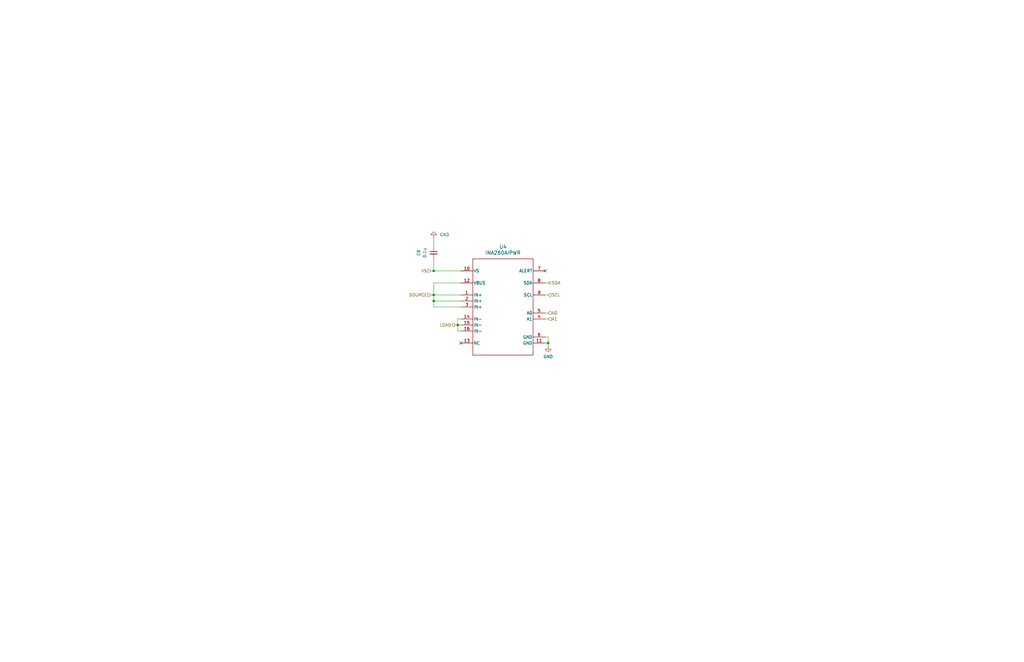
<source format=kicad_sch>
(kicad_sch (version 20250114) (generator "eeschema") (generator_version "9.0")
  (paper "USLedger")
  (title_block (title "HEDGE-2 OBC") (date "2025-09-08") (rev "V1.0") (company "University of Virginia") (comment 1 "Department of Mechanical and Aerospace Engineering"))
  (lib_symbols
    (symbol "Device:C_Small" (pin_numbers (hide yes)) (pin_names (offset 0.254) (hide yes))
      (property "Reference" "C" (at 0.254 1.778 0))
      (property "Value" "C_Small" (at 0.254 -2.032 0))
      (symbol "C_Small_0_1"
        (polyline (pts (xy -1.524 0.508) (xy 1.524 0.508)) (stroke (width 0.3048)))
        (polyline (pts (xy -1.524 -0.508) (xy 1.524 -0.508)) (stroke (width 0.3302)))
      )
      (symbol "C_Small_1_1"
        (pin passive line (at 0 2.54 270) (length 2.032) (name "~") (number "1"))
        (pin passive line (at 0 -2.54 90) (length 2.032) (name "~") (number "2"))
      )
    )
    (symbol "INA260AI:INA260AIPWR" (pin_names (offset 0.254))
      (property "Reference" "U" (at 0 2.54 0))
      (property "Value" "INA260AIPWR" (at 0 0 0))
      (symbol "INA260AIPWR_0_1"
        (polyline (pts (xy -12.7 20.32) (xy -12.7 -20.32)) (stroke (width 0.2032)))
        (polyline (pts (xy -12.7 -20.32) (xy 12.7 -20.32)) (stroke (width 0.2032)))
        (polyline (pts (xy 12.7 20.32) (xy -12.7 20.32)) (stroke (width 0.2032)))
        (polyline (pts (xy 12.7 -20.32) (xy 12.7 20.32)) (stroke (width 0.2032)))
        (pin power_in line (at -17.78 15.24 0) (length 5.08) (name "VS") (number "10"))
        (pin power_in line (at -17.78 10.16 0) (length 5.08) (name "VBUS") (number "12"))
        (pin power_in line (at -17.78 5.08 0) (length 5.08) (name "IN+") (number "1"))
        (pin power_in line (at -17.78 2.54 0) (length 5.08) (name "IN+") (number "2"))
        (pin power_in line (at -17.78 0 0) (length 5.08) (name "IN+") (number "3"))
        (pin power_in line (at -17.78 -5.08 0) (length 5.08) (name "IN-") (number "14"))
        (pin power_in line (at -17.78 -7.62 0) (length 5.08) (name "IN-") (number "15"))
        (pin power_in line (at -17.78 -10.16 0) (length 5.08) (name "IN-") (number "16"))
        (pin unspecified line (at -17.78 -15.24 0) (length 5.08) (name "NC") (number "13"))
        (pin open_collector line (at 17.78 15.24 180) (length 5.08) (name "ALERT") (number "7"))
        (pin bidirectional line (at 17.78 10.16 180) (length 5.08) (name "SDA") (number "8"))
        (pin input line (at 17.78 5.08 180) (length 5.08) (name "SCL") (number "9"))
        (pin input line (at 17.78 -2.54 180) (length 5.08) (name "A0") (number "5"))
        (pin input line (at 17.78 -5.08 180) (length 5.08) (name "A1") (number "4"))
        (pin power_in line (at 17.78 -12.7 180) (length 5.08) (name "GND") (number "6"))
        (pin power_in line (at 17.78 -15.24 180) (length 5.08) (name "GND") (number "11"))
      )
    )
    (symbol "power:GND" (power) (pin_numbers (hide yes)) (pin_names (offset 0) (hide yes))
      (property "Value" "GND" (at 0 -3.81 0))
      (symbol "GND_0_1"
        (polyline (pts (xy 0 0) (xy 0 -1.27) (xy 1.27 -1.27) (xy 0 -2.54) (xy -1.27 -1.27) (xy 0 -1.27)))
      )
      (symbol "GND_1_1"
        (pin power_in line (at 0 0 270) (length 0) (name "~") (number "1"))
      )
    )
  )
  (junction (at 182.88 124.46))
  (junction (at 193.04 137.16))
  (junction (at 182.88 127))
  (junction (at 231.14 144.78))
  (junction (at 182.88 114.3))
  (no_connect (at 229.87 114.3))
  (no_connect (at 194.31 144.78))
  (wire (pts (xy 193.04 139.7) (xy 193.04 137.16)))
  (wire (pts (xy 194.31 124.46) (xy 182.88 124.46)))
  (wire (pts (xy 181.61 114.3) (xy 182.88 114.3)))
  (wire (pts (xy 231.14 144.78) (xy 231.14 146.05)))
  (wire (pts (xy 194.31 129.54) (xy 182.88 129.54)))
  (wire (pts (xy 229.87 142.24) (xy 231.14 142.24)))
  (wire (pts (xy 182.88 114.3) (xy 182.88 109.22)))
  (wire (pts (xy 194.31 139.7) (xy 193.04 139.7)))
  (wire (pts (xy 182.88 129.54) (xy 182.88 127)))
  (wire (pts (xy 194.31 119.38) (xy 182.88 119.38)))
  (wire (pts (xy 229.87 134.62) (xy 231.14 134.62)))
  (wire (pts (xy 193.04 137.16) (xy 194.31 137.16)))
  (wire (pts (xy 193.04 134.62) (xy 193.04 137.16)))
  (wire (pts (xy 191.77 137.16) (xy 193.04 137.16)))
  (wire (pts (xy 182.88 114.3) (xy 194.31 114.3)))
  (wire (pts (xy 182.88 124.46) (xy 182.88 127)))
  (wire (pts (xy 229.87 144.78) (xy 231.14 144.78)))
  (wire (pts (xy 229.87 132.08) (xy 231.14 132.08)))
  (wire (pts (xy 182.88 104.14) (xy 182.88 100.33)))
  (wire (pts (xy 182.88 119.38) (xy 182.88 124.46)))
  (wire (pts (xy 182.88 127) (xy 194.31 127)))
  (wire (pts (xy 229.87 124.46) (xy 231.14 124.46)))
  (wire (pts (xy 229.87 119.38) (xy 231.14 119.38)))
  (wire (pts (xy 231.14 142.24) (xy 231.14 144.78)))
  (wire (pts (xy 194.31 134.62) (xy 193.04 134.62)))
  (wire (pts (xy 181.61 124.46) (xy 182.88 124.46)))
  (hierarchical_label "SCL" (shape input) (at 231.14 124.46 0))
  (hierarchical_label "A1" (shape input) (at 231.14 134.62 0))
  (hierarchical_label "SOURCE" (shape input) (at 181.61 124.46 180))
  (hierarchical_label "LOAD" (shape output) (at 191.77 137.16 180))
  (hierarchical_label "VS" (shape input) (at 181.61 114.3 180))
  (hierarchical_label "A0" (shape input) (at 231.14 132.08 0))
  (hierarchical_label "SDA" (shape bidirectional) (at 231.14 119.38 0))
  (symbol (lib_id "Device:C_Small") (at 182.88 106.68 0) (mirror y) (unit 1)
    (property "Reference" "C7" (at 176.53 106.6864 90))
    (property "Value" "0.1u" (at 179.07 106.6864 90))
    (property "Footprint" "Capacitor_SMD:C_0805_2012Metric" (effects (hide yes)))
    (property "DigiKey Part Number" "720-GA0805Y104JXABT31GCT-ND" (effects (hide yes)))
    (property "JLCPCB Part Number" "C2649536" (effects (hide yes)))
    (instances (project "HEDGE2-OBC" (path "" (reference "C8") (unit 1)) (path "" (reference "C7") (unit 1))))
  )
  (symbol (lib_id "power:GND") (at 231.14 146.05 0) (unit 1)
    (property "Reference" "#PWR058" (effects (hide yes)))
    (property "Value" "GND" (at 231.14 150.495 0))
    (instances (project "HEDGE2-OBC" (path "" (reference "#PWR060") (unit 1)) (path "" (reference "#PWR058") (unit 1))))
  )
  (symbol (lib_id "INA260AI:INA260AIPWR") (at 212.09 129.54 0) (unit 1)
    (property "Reference" "U3" (at 212.09 104.14 0) (effects (font (size 1.524 1.524))))
    (property "Value" "INA260AIPWR" (at 212.09 106.68 0) (effects (font (size 1.524 1.524))))
    (property "Footprint" "INA260AIPWR:PW0016A_L" (effects (hide yes)))
    (property "DigiKey Part Number" "296-45218-5-ND" (effects (hide yes)))
    (property "JLCPCB Part Number" "C2155885" (effects (hide yes)))
    (instances (project "HEDGE2-OBC" (path "" (reference "U4") (unit 1)) (path "" (reference "U3") (unit 1))))
  )
  (symbol (lib_id "power:GND") (at 182.88 100.33 180) (unit 1)
    (property "Reference" "#PWR057" (effects (hide yes)))
    (property "Value" "GND" (at 185.42 99.0599 0) (effects (justify right)))
    (instances (project "HEDGE2-OBC" (path "" (reference "#PWR059") (unit 1)) (path "" (reference "#PWR057") (unit 1))))
  )
)
</source>
